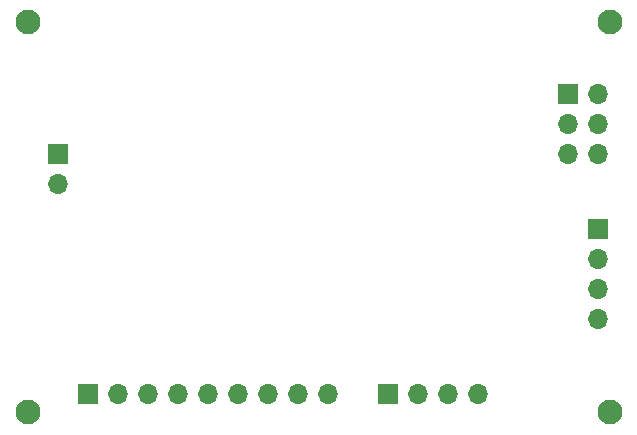
<source format=gbs>
%TF.GenerationSoftware,KiCad,Pcbnew,(6.0.0)*%
%TF.CreationDate,2022-01-07T00:24:45+08:00*%
%TF.ProjectId,pj4_MCU,706a345f-4d43-4552-9e6b-696361645f70,1*%
%TF.SameCoordinates,Original*%
%TF.FileFunction,Soldermask,Bot*%
%TF.FilePolarity,Negative*%
%FSLAX46Y46*%
G04 Gerber Fmt 4.6, Leading zero omitted, Abs format (unit mm)*
G04 Created by KiCad (PCBNEW (6.0.0)) date 2022-01-07 00:24:45*
%MOMM*%
%LPD*%
G01*
G04 APERTURE LIST*
%ADD10R,1.700000X1.700000*%
%ADD11O,1.700000X1.700000*%
%ADD12C,2.100000*%
G04 APERTURE END LIST*
D10*
%TO.C,J4*%
X177800000Y-139700000D03*
D11*
X180340000Y-139700000D03*
X182880000Y-139700000D03*
X185420000Y-139700000D03*
%TD*%
D10*
%TO.C,J3*%
X195580000Y-125740000D03*
D11*
X195580000Y-128280000D03*
X195580000Y-130820000D03*
X195580000Y-133360000D03*
%TD*%
D10*
%TO.C,J2*%
X193040000Y-114300000D03*
D11*
X195580000Y-114300000D03*
X193040000Y-116840000D03*
X195580000Y-116840000D03*
X193040000Y-119380000D03*
X195580000Y-119380000D03*
%TD*%
D10*
%TO.C,J1*%
X152410000Y-139700000D03*
D11*
X154950000Y-139700000D03*
X157490000Y-139700000D03*
X160030000Y-139700000D03*
X162570000Y-139700000D03*
X165110000Y-139700000D03*
X167650000Y-139700000D03*
X170190000Y-139700000D03*
X172730000Y-139700000D03*
%TD*%
D12*
%TO.C,H4*%
X147320000Y-141224000D03*
%TD*%
%TO.C,H3*%
X196596000Y-141224000D03*
%TD*%
%TO.C,H2*%
X196596000Y-108204000D03*
%TD*%
%TO.C,H1*%
X147320000Y-108204000D03*
%TD*%
D10*
%TO.C,BT1*%
X149860000Y-119380000D03*
D11*
X149860000Y-121920000D03*
%TD*%
M02*

</source>
